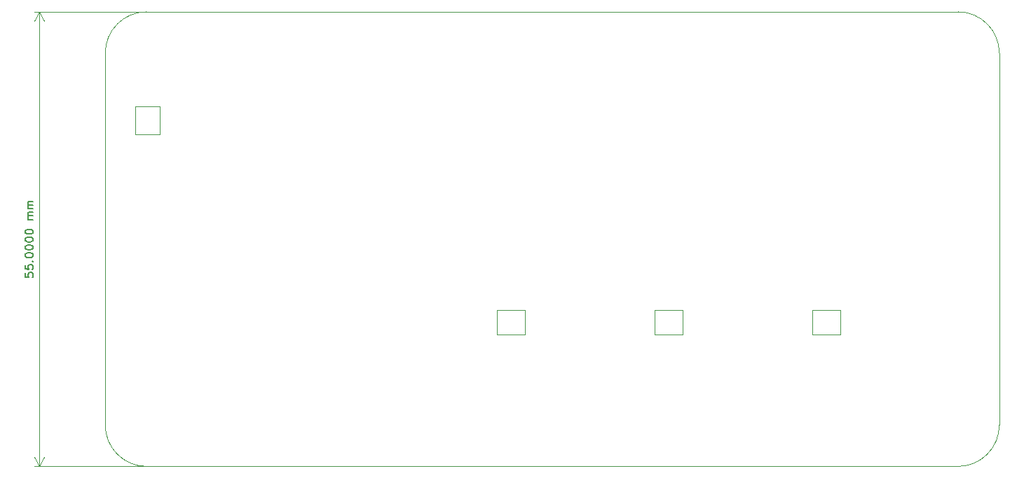
<source format=gbr>
%TF.GenerationSoftware,KiCad,Pcbnew,9.0.2*%
%TF.CreationDate,2025-07-08T15:37:37+02:00*%
%TF.ProjectId,MacroKeyPad,4d616372-6f4b-4657-9950-61642e6b6963,rev?*%
%TF.SameCoordinates,Original*%
%TF.FileFunction,Profile,NP*%
%FSLAX46Y46*%
G04 Gerber Fmt 4.6, Leading zero omitted, Abs format (unit mm)*
G04 Created by KiCad (PCBNEW 9.0.2) date 2025-07-08 15:37:37*
%MOMM*%
%LPD*%
G01*
G04 APERTURE LIST*
%TA.AperFunction,Profile*%
%ADD10C,0.050000*%
%TD*%
%ADD11C,0.150000*%
%TA.AperFunction,Profile*%
%ADD12C,0.010000*%
%TD*%
G04 APERTURE END LIST*
D10*
X219010000Y-101210001D02*
X219010000Y-56210000D01*
X214010000Y-51210000D02*
X116010000Y-51210000D01*
X111010000Y-56210000D02*
G75*
G02*
X116010000Y-51210000I5000000J0D01*
G01*
X219010000Y-101210001D02*
G75*
G02*
X214010000Y-106210000I-5000000J1D01*
G01*
X111010000Y-56210000D02*
X111010000Y-101210000D01*
X116010000Y-106210000D02*
X214010000Y-106210001D01*
X214010000Y-51210000D02*
G75*
G02*
X219010000Y-56210000I0J-5000000D01*
G01*
X116010000Y-106210000D02*
G75*
G02*
X111010000Y-101210000I0J5000000D01*
G01*
D11*
X101314819Y-82805237D02*
X101314819Y-83281427D01*
X101314819Y-83281427D02*
X101791009Y-83329046D01*
X101791009Y-83329046D02*
X101743390Y-83281427D01*
X101743390Y-83281427D02*
X101695771Y-83186189D01*
X101695771Y-83186189D02*
X101695771Y-82948094D01*
X101695771Y-82948094D02*
X101743390Y-82852856D01*
X101743390Y-82852856D02*
X101791009Y-82805237D01*
X101791009Y-82805237D02*
X101886247Y-82757618D01*
X101886247Y-82757618D02*
X102124342Y-82757618D01*
X102124342Y-82757618D02*
X102219580Y-82805237D01*
X102219580Y-82805237D02*
X102267200Y-82852856D01*
X102267200Y-82852856D02*
X102314819Y-82948094D01*
X102314819Y-82948094D02*
X102314819Y-83186189D01*
X102314819Y-83186189D02*
X102267200Y-83281427D01*
X102267200Y-83281427D02*
X102219580Y-83329046D01*
X101314819Y-81852856D02*
X101314819Y-82329046D01*
X101314819Y-82329046D02*
X101791009Y-82376665D01*
X101791009Y-82376665D02*
X101743390Y-82329046D01*
X101743390Y-82329046D02*
X101695771Y-82233808D01*
X101695771Y-82233808D02*
X101695771Y-81995713D01*
X101695771Y-81995713D02*
X101743390Y-81900475D01*
X101743390Y-81900475D02*
X101791009Y-81852856D01*
X101791009Y-81852856D02*
X101886247Y-81805237D01*
X101886247Y-81805237D02*
X102124342Y-81805237D01*
X102124342Y-81805237D02*
X102219580Y-81852856D01*
X102219580Y-81852856D02*
X102267200Y-81900475D01*
X102267200Y-81900475D02*
X102314819Y-81995713D01*
X102314819Y-81995713D02*
X102314819Y-82233808D01*
X102314819Y-82233808D02*
X102267200Y-82329046D01*
X102267200Y-82329046D02*
X102219580Y-82376665D01*
X102219580Y-81376665D02*
X102267200Y-81329046D01*
X102267200Y-81329046D02*
X102314819Y-81376665D01*
X102314819Y-81376665D02*
X102267200Y-81424284D01*
X102267200Y-81424284D02*
X102219580Y-81376665D01*
X102219580Y-81376665D02*
X102314819Y-81376665D01*
X101314819Y-80709999D02*
X101314819Y-80614761D01*
X101314819Y-80614761D02*
X101362438Y-80519523D01*
X101362438Y-80519523D02*
X101410057Y-80471904D01*
X101410057Y-80471904D02*
X101505295Y-80424285D01*
X101505295Y-80424285D02*
X101695771Y-80376666D01*
X101695771Y-80376666D02*
X101933866Y-80376666D01*
X101933866Y-80376666D02*
X102124342Y-80424285D01*
X102124342Y-80424285D02*
X102219580Y-80471904D01*
X102219580Y-80471904D02*
X102267200Y-80519523D01*
X102267200Y-80519523D02*
X102314819Y-80614761D01*
X102314819Y-80614761D02*
X102314819Y-80709999D01*
X102314819Y-80709999D02*
X102267200Y-80805237D01*
X102267200Y-80805237D02*
X102219580Y-80852856D01*
X102219580Y-80852856D02*
X102124342Y-80900475D01*
X102124342Y-80900475D02*
X101933866Y-80948094D01*
X101933866Y-80948094D02*
X101695771Y-80948094D01*
X101695771Y-80948094D02*
X101505295Y-80900475D01*
X101505295Y-80900475D02*
X101410057Y-80852856D01*
X101410057Y-80852856D02*
X101362438Y-80805237D01*
X101362438Y-80805237D02*
X101314819Y-80709999D01*
X101314819Y-79757618D02*
X101314819Y-79662380D01*
X101314819Y-79662380D02*
X101362438Y-79567142D01*
X101362438Y-79567142D02*
X101410057Y-79519523D01*
X101410057Y-79519523D02*
X101505295Y-79471904D01*
X101505295Y-79471904D02*
X101695771Y-79424285D01*
X101695771Y-79424285D02*
X101933866Y-79424285D01*
X101933866Y-79424285D02*
X102124342Y-79471904D01*
X102124342Y-79471904D02*
X102219580Y-79519523D01*
X102219580Y-79519523D02*
X102267200Y-79567142D01*
X102267200Y-79567142D02*
X102314819Y-79662380D01*
X102314819Y-79662380D02*
X102314819Y-79757618D01*
X102314819Y-79757618D02*
X102267200Y-79852856D01*
X102267200Y-79852856D02*
X102219580Y-79900475D01*
X102219580Y-79900475D02*
X102124342Y-79948094D01*
X102124342Y-79948094D02*
X101933866Y-79995713D01*
X101933866Y-79995713D02*
X101695771Y-79995713D01*
X101695771Y-79995713D02*
X101505295Y-79948094D01*
X101505295Y-79948094D02*
X101410057Y-79900475D01*
X101410057Y-79900475D02*
X101362438Y-79852856D01*
X101362438Y-79852856D02*
X101314819Y-79757618D01*
X101314819Y-78805237D02*
X101314819Y-78709999D01*
X101314819Y-78709999D02*
X101362438Y-78614761D01*
X101362438Y-78614761D02*
X101410057Y-78567142D01*
X101410057Y-78567142D02*
X101505295Y-78519523D01*
X101505295Y-78519523D02*
X101695771Y-78471904D01*
X101695771Y-78471904D02*
X101933866Y-78471904D01*
X101933866Y-78471904D02*
X102124342Y-78519523D01*
X102124342Y-78519523D02*
X102219580Y-78567142D01*
X102219580Y-78567142D02*
X102267200Y-78614761D01*
X102267200Y-78614761D02*
X102314819Y-78709999D01*
X102314819Y-78709999D02*
X102314819Y-78805237D01*
X102314819Y-78805237D02*
X102267200Y-78900475D01*
X102267200Y-78900475D02*
X102219580Y-78948094D01*
X102219580Y-78948094D02*
X102124342Y-78995713D01*
X102124342Y-78995713D02*
X101933866Y-79043332D01*
X101933866Y-79043332D02*
X101695771Y-79043332D01*
X101695771Y-79043332D02*
X101505295Y-78995713D01*
X101505295Y-78995713D02*
X101410057Y-78948094D01*
X101410057Y-78948094D02*
X101362438Y-78900475D01*
X101362438Y-78900475D02*
X101314819Y-78805237D01*
X101314819Y-77852856D02*
X101314819Y-77757618D01*
X101314819Y-77757618D02*
X101362438Y-77662380D01*
X101362438Y-77662380D02*
X101410057Y-77614761D01*
X101410057Y-77614761D02*
X101505295Y-77567142D01*
X101505295Y-77567142D02*
X101695771Y-77519523D01*
X101695771Y-77519523D02*
X101933866Y-77519523D01*
X101933866Y-77519523D02*
X102124342Y-77567142D01*
X102124342Y-77567142D02*
X102219580Y-77614761D01*
X102219580Y-77614761D02*
X102267200Y-77662380D01*
X102267200Y-77662380D02*
X102314819Y-77757618D01*
X102314819Y-77757618D02*
X102314819Y-77852856D01*
X102314819Y-77852856D02*
X102267200Y-77948094D01*
X102267200Y-77948094D02*
X102219580Y-77995713D01*
X102219580Y-77995713D02*
X102124342Y-78043332D01*
X102124342Y-78043332D02*
X101933866Y-78090951D01*
X101933866Y-78090951D02*
X101695771Y-78090951D01*
X101695771Y-78090951D02*
X101505295Y-78043332D01*
X101505295Y-78043332D02*
X101410057Y-77995713D01*
X101410057Y-77995713D02*
X101362438Y-77948094D01*
X101362438Y-77948094D02*
X101314819Y-77852856D01*
X102314819Y-76329046D02*
X101648152Y-76329046D01*
X101743390Y-76329046D02*
X101695771Y-76281427D01*
X101695771Y-76281427D02*
X101648152Y-76186189D01*
X101648152Y-76186189D02*
X101648152Y-76043332D01*
X101648152Y-76043332D02*
X101695771Y-75948094D01*
X101695771Y-75948094D02*
X101791009Y-75900475D01*
X101791009Y-75900475D02*
X102314819Y-75900475D01*
X101791009Y-75900475D02*
X101695771Y-75852856D01*
X101695771Y-75852856D02*
X101648152Y-75757618D01*
X101648152Y-75757618D02*
X101648152Y-75614761D01*
X101648152Y-75614761D02*
X101695771Y-75519522D01*
X101695771Y-75519522D02*
X101791009Y-75471903D01*
X101791009Y-75471903D02*
X102314819Y-75471903D01*
X102314819Y-74995713D02*
X101648152Y-74995713D01*
X101743390Y-74995713D02*
X101695771Y-74948094D01*
X101695771Y-74948094D02*
X101648152Y-74852856D01*
X101648152Y-74852856D02*
X101648152Y-74709999D01*
X101648152Y-74709999D02*
X101695771Y-74614761D01*
X101695771Y-74614761D02*
X101791009Y-74567142D01*
X101791009Y-74567142D02*
X102314819Y-74567142D01*
X101791009Y-74567142D02*
X101695771Y-74519523D01*
X101695771Y-74519523D02*
X101648152Y-74424285D01*
X101648152Y-74424285D02*
X101648152Y-74281428D01*
X101648152Y-74281428D02*
X101695771Y-74186189D01*
X101695771Y-74186189D02*
X101791009Y-74138570D01*
X101791009Y-74138570D02*
X102314819Y-74138570D01*
D10*
X208510000Y-51210000D02*
X102423580Y-51210000D01*
X102423580Y-106210000D02*
X208510000Y-106210000D01*
X103010000Y-51210000D02*
X103010000Y-106210000D01*
X103010000Y-51210000D02*
X103596421Y-52336504D01*
X103010000Y-51210000D02*
X102423579Y-52336504D01*
X103010000Y-106210000D02*
X102423579Y-105083496D01*
X103010000Y-106210000D02*
X103596421Y-105083496D01*
D12*
%TO.C,SW3*%
X177350000Y-87260000D02*
X180750000Y-87260000D01*
X177350000Y-90260000D02*
X177350000Y-87260000D01*
X180750000Y-87260000D02*
X180750000Y-90260000D01*
X180750000Y-90260000D02*
X177350000Y-90260000D01*
%TO.C,SW1*%
X158300000Y-87260000D02*
X161700000Y-87260000D01*
X158300000Y-90260000D02*
X158300000Y-87260000D01*
X161700000Y-87260000D02*
X161700000Y-90260000D01*
X161700000Y-90260000D02*
X158300000Y-90260000D01*
%TO.C,D2*%
X114640000Y-62650000D02*
X114640000Y-66050000D01*
X114640000Y-66050000D02*
X117640000Y-66050000D01*
X117640000Y-62650000D02*
X114640000Y-62650000D01*
X117640000Y-66050000D02*
X117640000Y-62650000D01*
%TO.C,SW4*%
X196400000Y-87260000D02*
X199800000Y-87260000D01*
X196400000Y-90260000D02*
X196400000Y-87260000D01*
X199800000Y-87260000D02*
X199800000Y-90260000D01*
X199800000Y-90260000D02*
X196400000Y-90260000D01*
%TD*%
M02*

</source>
